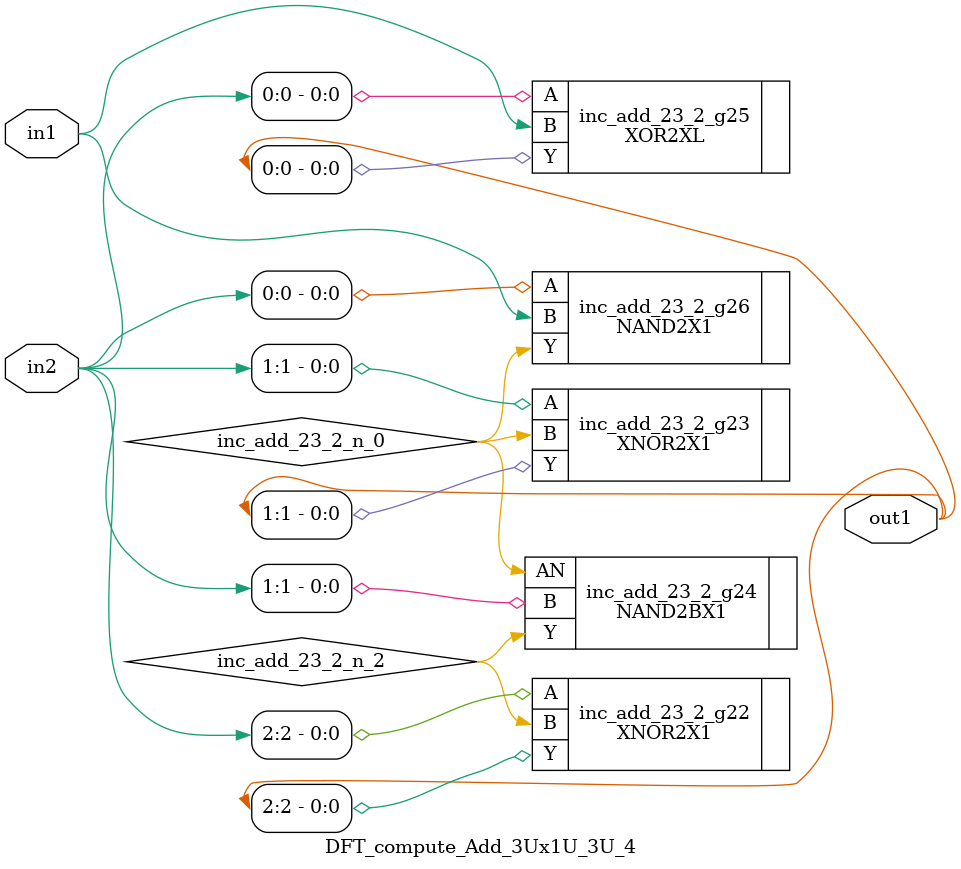
<source format=v>
`timescale 1ps / 1ps


module DFT_compute_Add_3Ux1U_3U_4(in2, in1, out1);
  input [2:0] in2;
  input in1;
  output [2:0] out1;
  wire [2:0] in2;
  wire in1;
  wire [2:0] out1;
  wire inc_add_23_2_n_0, inc_add_23_2_n_2;
  XNOR2X1 inc_add_23_2_g22(.A (in2[2]), .B (inc_add_23_2_n_2), .Y
       (out1[2]));
  XNOR2X1 inc_add_23_2_g23(.A (in2[1]), .B (inc_add_23_2_n_0), .Y
       (out1[1]));
  NAND2BX1 inc_add_23_2_g24(.AN (inc_add_23_2_n_0), .B (in2[1]), .Y
       (inc_add_23_2_n_2));
  XOR2XL inc_add_23_2_g25(.A (in2[0]), .B (in1), .Y (out1[0]));
  NAND2X1 inc_add_23_2_g26(.A (in2[0]), .B (in1), .Y
       (inc_add_23_2_n_0));
endmodule



</source>
